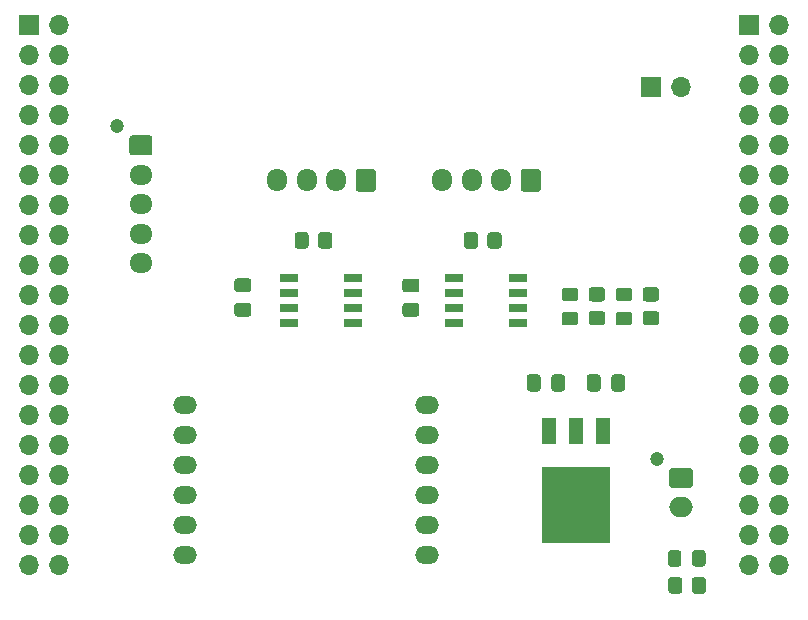
<source format=gts>
G04 #@! TF.GenerationSoftware,KiCad,Pcbnew,(5.1.10)-1*
G04 #@! TF.CreationDate,2021-07-06T11:56:46+05:30*
G04 #@! TF.ProjectId,STM_Morpho,53544d5f-4d6f-4727-9068-6f2e6b696361,rev?*
G04 #@! TF.SameCoordinates,PX7bfa480PY7270e00*
G04 #@! TF.FileFunction,Soldermask,Top*
G04 #@! TF.FilePolarity,Negative*
%FSLAX46Y46*%
G04 Gerber Fmt 4.6, Leading zero omitted, Abs format (unit mm)*
G04 Created by KiCad (PCBNEW (5.1.10)-1) date 2021-07-06 11:56:46*
%MOMM*%
%LPD*%
G01*
G04 APERTURE LIST*
%ADD10O,1.700000X1.950000*%
%ADD11O,1.700000X1.700000*%
%ADD12R,1.700000X1.700000*%
%ADD13O,2.000000X1.500000*%
%ADD14C,1.200000*%
%ADD15O,1.950000X1.700000*%
%ADD16R,5.800000X6.400000*%
%ADD17R,1.200000X2.200000*%
%ADD18O,2.000000X1.700000*%
%ADD19R,1.525000X0.650000*%
G04 APERTURE END LIST*
D10*
G04 #@! TO.C,RS485A2*
X24250000Y35560000D03*
X26750000Y35560000D03*
X29250000Y35560000D03*
G36*
G01*
X32600000Y36285000D02*
X32600000Y34835000D01*
G75*
G02*
X32350000Y34585000I-250000J0D01*
G01*
X31150000Y34585000D01*
G75*
G02*
X30900000Y34835000I0J250000D01*
G01*
X30900000Y36285000D01*
G75*
G02*
X31150000Y36535000I250000J0D01*
G01*
X32350000Y36535000D01*
G75*
G02*
X32600000Y36285000I0J-250000D01*
G01*
G37*
G04 #@! TD*
G04 #@! TO.C,R5*
G36*
G01*
X59344000Y819999D02*
X59344000Y1720001D01*
G75*
G02*
X59593999Y1970000I249999J0D01*
G01*
X60294001Y1970000D01*
G75*
G02*
X60544000Y1720001I0J-249999D01*
G01*
X60544000Y819999D01*
G75*
G02*
X60294001Y570000I-249999J0D01*
G01*
X59593999Y570000D01*
G75*
G02*
X59344000Y819999I0J249999D01*
G01*
G37*
G36*
G01*
X57344000Y819999D02*
X57344000Y1720001D01*
G75*
G02*
X57593999Y1970000I249999J0D01*
G01*
X58294001Y1970000D01*
G75*
G02*
X58544000Y1720001I0J-249999D01*
G01*
X58544000Y819999D01*
G75*
G02*
X58294001Y570000I-249999J0D01*
G01*
X57593999Y570000D01*
G75*
G02*
X57344000Y819999I0J249999D01*
G01*
G37*
G04 #@! TD*
G04 #@! TO.C,R4*
G36*
G01*
X55429999Y24508000D02*
X56330001Y24508000D01*
G75*
G02*
X56580000Y24258001I0J-249999D01*
G01*
X56580000Y23557999D01*
G75*
G02*
X56330001Y23308000I-249999J0D01*
G01*
X55429999Y23308000D01*
G75*
G02*
X55180000Y23557999I0J249999D01*
G01*
X55180000Y24258001D01*
G75*
G02*
X55429999Y24508000I249999J0D01*
G01*
G37*
G36*
G01*
X55429999Y26508000D02*
X56330001Y26508000D01*
G75*
G02*
X56580000Y26258001I0J-249999D01*
G01*
X56580000Y25557999D01*
G75*
G02*
X56330001Y25308000I-249999J0D01*
G01*
X55429999Y25308000D01*
G75*
G02*
X55180000Y25557999I0J249999D01*
G01*
X55180000Y26258001D01*
G75*
G02*
X55429999Y26508000I249999J0D01*
G01*
G37*
G04 #@! TD*
G04 #@! TO.C,R3*
G36*
G01*
X50857999Y24508000D02*
X51758001Y24508000D01*
G75*
G02*
X52008000Y24258001I0J-249999D01*
G01*
X52008000Y23557999D01*
G75*
G02*
X51758001Y23308000I-249999J0D01*
G01*
X50857999Y23308000D01*
G75*
G02*
X50608000Y23557999I0J249999D01*
G01*
X50608000Y24258001D01*
G75*
G02*
X50857999Y24508000I249999J0D01*
G01*
G37*
G36*
G01*
X50857999Y26508000D02*
X51758001Y26508000D01*
G75*
G02*
X52008000Y26258001I0J-249999D01*
G01*
X52008000Y25557999D01*
G75*
G02*
X51758001Y25308000I-249999J0D01*
G01*
X50857999Y25308000D01*
G75*
G02*
X50608000Y25557999I0J249999D01*
G01*
X50608000Y26258001D01*
G75*
G02*
X50857999Y26508000I249999J0D01*
G01*
G37*
G04 #@! TD*
G04 #@! TO.C,R2*
G36*
G01*
X26905000Y30930001D02*
X26905000Y30029999D01*
G75*
G02*
X26655001Y29780000I-249999J0D01*
G01*
X25954999Y29780000D01*
G75*
G02*
X25705000Y30029999I0J249999D01*
G01*
X25705000Y30930001D01*
G75*
G02*
X25954999Y31180000I249999J0D01*
G01*
X26655001Y31180000D01*
G75*
G02*
X26905000Y30930001I0J-249999D01*
G01*
G37*
G36*
G01*
X28905000Y30930001D02*
X28905000Y30029999D01*
G75*
G02*
X28655001Y29780000I-249999J0D01*
G01*
X27954999Y29780000D01*
G75*
G02*
X27705000Y30029999I0J249999D01*
G01*
X27705000Y30930001D01*
G75*
G02*
X27954999Y31180000I249999J0D01*
G01*
X28655001Y31180000D01*
G75*
G02*
X28905000Y30930001I0J-249999D01*
G01*
G37*
G04 #@! TD*
G04 #@! TO.C,D5*
G36*
G01*
X59369000Y3105999D02*
X59369000Y4006001D01*
G75*
G02*
X59618999Y4256000I249999J0D01*
G01*
X60269001Y4256000D01*
G75*
G02*
X60519000Y4006001I0J-249999D01*
G01*
X60519000Y3105999D01*
G75*
G02*
X60269001Y2856000I-249999J0D01*
G01*
X59618999Y2856000D01*
G75*
G02*
X59369000Y3105999I0J249999D01*
G01*
G37*
G36*
G01*
X57319000Y3105999D02*
X57319000Y4006001D01*
G75*
G02*
X57568999Y4256000I249999J0D01*
G01*
X58219001Y4256000D01*
G75*
G02*
X58469000Y4006001I0J-249999D01*
G01*
X58469000Y3105999D01*
G75*
G02*
X58219001Y2856000I-249999J0D01*
G01*
X57568999Y2856000D01*
G75*
G02*
X57319000Y3105999I0J249999D01*
G01*
G37*
G04 #@! TD*
G04 #@! TO.C,D4*
G36*
G01*
X53143999Y24433000D02*
X54044001Y24433000D01*
G75*
G02*
X54294000Y24183001I0J-249999D01*
G01*
X54294000Y23532999D01*
G75*
G02*
X54044001Y23283000I-249999J0D01*
G01*
X53143999Y23283000D01*
G75*
G02*
X52894000Y23532999I0J249999D01*
G01*
X52894000Y24183001D01*
G75*
G02*
X53143999Y24433000I249999J0D01*
G01*
G37*
G36*
G01*
X53143999Y26483000D02*
X54044001Y26483000D01*
G75*
G02*
X54294000Y26233001I0J-249999D01*
G01*
X54294000Y25582999D01*
G75*
G02*
X54044001Y25333000I-249999J0D01*
G01*
X53143999Y25333000D01*
G75*
G02*
X52894000Y25582999I0J249999D01*
G01*
X52894000Y26233001D01*
G75*
G02*
X53143999Y26483000I249999J0D01*
G01*
G37*
G04 #@! TD*
G04 #@! TO.C,D3*
G36*
G01*
X48571999Y24433000D02*
X49472001Y24433000D01*
G75*
G02*
X49722000Y24183001I0J-249999D01*
G01*
X49722000Y23532999D01*
G75*
G02*
X49472001Y23283000I-249999J0D01*
G01*
X48571999Y23283000D01*
G75*
G02*
X48322000Y23532999I0J249999D01*
G01*
X48322000Y24183001D01*
G75*
G02*
X48571999Y24433000I249999J0D01*
G01*
G37*
G36*
G01*
X48571999Y26483000D02*
X49472001Y26483000D01*
G75*
G02*
X49722000Y26233001I0J-249999D01*
G01*
X49722000Y25582999D01*
G75*
G02*
X49472001Y25333000I-249999J0D01*
G01*
X48571999Y25333000D01*
G75*
G02*
X48322000Y25582999I0J249999D01*
G01*
X48322000Y26233001D01*
G75*
G02*
X48571999Y26483000I249999J0D01*
G01*
G37*
G04 #@! TD*
G04 #@! TO.C,C2*
G36*
G01*
X21811000Y26104000D02*
X20861000Y26104000D01*
G75*
G02*
X20611000Y26354000I0J250000D01*
G01*
X20611000Y27029000D01*
G75*
G02*
X20861000Y27279000I250000J0D01*
G01*
X21811000Y27279000D01*
G75*
G02*
X22061000Y27029000I0J-250000D01*
G01*
X22061000Y26354000D01*
G75*
G02*
X21811000Y26104000I-250000J0D01*
G01*
G37*
G36*
G01*
X21811000Y24029000D02*
X20861000Y24029000D01*
G75*
G02*
X20611000Y24279000I0J250000D01*
G01*
X20611000Y24954000D01*
G75*
G02*
X20861000Y25204000I250000J0D01*
G01*
X21811000Y25204000D01*
G75*
G02*
X22061000Y24954000I0J-250000D01*
G01*
X22061000Y24279000D01*
G75*
G02*
X21811000Y24029000I-250000J0D01*
G01*
G37*
G04 #@! TD*
D11*
G04 #@! TO.C,J3*
X58420000Y43434000D03*
D12*
X55880000Y43434000D03*
G04 #@! TD*
D13*
G04 #@! TO.C,J1*
X36900000Y16510000D03*
X16440000Y16510000D03*
X36900000Y13970000D03*
X16440000Y13970000D03*
X36900000Y11430000D03*
X16440000Y11430000D03*
X36900000Y8890000D03*
X16440000Y8890000D03*
X36900000Y6350000D03*
X16440000Y6350000D03*
X36900000Y3810000D03*
X16440000Y3810000D03*
G04 #@! TD*
D14*
G04 #@! TO.C,SPI1*
X10700000Y40128000D03*
D15*
X12700000Y28528000D03*
X12700000Y31028000D03*
X12700000Y33528000D03*
X12700000Y36028000D03*
G36*
G01*
X11975000Y39378000D02*
X13425000Y39378000D01*
G75*
G02*
X13675000Y39128000I0J-250000D01*
G01*
X13675000Y37928000D01*
G75*
G02*
X13425000Y37678000I-250000J0D01*
G01*
X11975000Y37678000D01*
G75*
G02*
X11725000Y37928000I0J250000D01*
G01*
X11725000Y39128000D01*
G75*
G02*
X11975000Y39378000I250000J0D01*
G01*
G37*
G04 #@! TD*
D16*
G04 #@! TO.C,U1*
X49530000Y8060000D03*
D17*
X47250000Y14360000D03*
X49530000Y14360000D03*
X51810000Y14360000D03*
G04 #@! TD*
D14*
G04 #@! TO.C,J2*
X56420000Y11974000D03*
D18*
X58420000Y7874000D03*
G36*
G01*
X57670000Y11224000D02*
X59170000Y11224000D01*
G75*
G02*
X59420000Y10974000I0J-250000D01*
G01*
X59420000Y9774000D01*
G75*
G02*
X59170000Y9524000I-250000J0D01*
G01*
X57670000Y9524000D01*
G75*
G02*
X57420000Y9774000I0J250000D01*
G01*
X57420000Y10974000D01*
G75*
G02*
X57670000Y11224000I250000J0D01*
G01*
G37*
G04 #@! TD*
G04 #@! TO.C,C4*
G36*
G01*
X47440000Y17940000D02*
X47440000Y18890000D01*
G75*
G02*
X47690000Y19140000I250000J0D01*
G01*
X48365000Y19140000D01*
G75*
G02*
X48615000Y18890000I0J-250000D01*
G01*
X48615000Y17940000D01*
G75*
G02*
X48365000Y17690000I-250000J0D01*
G01*
X47690000Y17690000D01*
G75*
G02*
X47440000Y17940000I0J250000D01*
G01*
G37*
G36*
G01*
X45365000Y17940000D02*
X45365000Y18890000D01*
G75*
G02*
X45615000Y19140000I250000J0D01*
G01*
X46290000Y19140000D01*
G75*
G02*
X46540000Y18890000I0J-250000D01*
G01*
X46540000Y17940000D01*
G75*
G02*
X46290000Y17690000I-250000J0D01*
G01*
X45615000Y17690000D01*
G75*
G02*
X45365000Y17940000I0J250000D01*
G01*
G37*
G04 #@! TD*
G04 #@! TO.C,C3*
G36*
G01*
X52520000Y17940000D02*
X52520000Y18890000D01*
G75*
G02*
X52770000Y19140000I250000J0D01*
G01*
X53445000Y19140000D01*
G75*
G02*
X53695000Y18890000I0J-250000D01*
G01*
X53695000Y17940000D01*
G75*
G02*
X53445000Y17690000I-250000J0D01*
G01*
X52770000Y17690000D01*
G75*
G02*
X52520000Y17940000I0J250000D01*
G01*
G37*
G36*
G01*
X50445000Y17940000D02*
X50445000Y18890000D01*
G75*
G02*
X50695000Y19140000I250000J0D01*
G01*
X51370000Y19140000D01*
G75*
G02*
X51620000Y18890000I0J-250000D01*
G01*
X51620000Y17940000D01*
G75*
G02*
X51370000Y17690000I-250000J0D01*
G01*
X50695000Y17690000D01*
G75*
G02*
X50445000Y17940000I0J250000D01*
G01*
G37*
G04 #@! TD*
G04 #@! TO.C,R1*
G36*
G01*
X41240000Y30930001D02*
X41240000Y30029999D01*
G75*
G02*
X40990001Y29780000I-249999J0D01*
G01*
X40289999Y29780000D01*
G75*
G02*
X40040000Y30029999I0J249999D01*
G01*
X40040000Y30930001D01*
G75*
G02*
X40289999Y31180000I249999J0D01*
G01*
X40990001Y31180000D01*
G75*
G02*
X41240000Y30930001I0J-249999D01*
G01*
G37*
G36*
G01*
X43240000Y30930001D02*
X43240000Y30029999D01*
G75*
G02*
X42990001Y29780000I-249999J0D01*
G01*
X42289999Y29780000D01*
G75*
G02*
X42040000Y30029999I0J249999D01*
G01*
X42040000Y30930001D01*
G75*
G02*
X42289999Y31180000I249999J0D01*
G01*
X42990001Y31180000D01*
G75*
G02*
X43240000Y30930001I0J-249999D01*
G01*
G37*
G04 #@! TD*
G04 #@! TO.C,C1*
G36*
G01*
X36035000Y26082500D02*
X35085000Y26082500D01*
G75*
G02*
X34835000Y26332500I0J250000D01*
G01*
X34835000Y27007500D01*
G75*
G02*
X35085000Y27257500I250000J0D01*
G01*
X36035000Y27257500D01*
G75*
G02*
X36285000Y27007500I0J-250000D01*
G01*
X36285000Y26332500D01*
G75*
G02*
X36035000Y26082500I-250000J0D01*
G01*
G37*
G36*
G01*
X36035000Y24007500D02*
X35085000Y24007500D01*
G75*
G02*
X34835000Y24257500I0J250000D01*
G01*
X34835000Y24932500D01*
G75*
G02*
X35085000Y25182500I250000J0D01*
G01*
X36035000Y25182500D01*
G75*
G02*
X36285000Y24932500I0J-250000D01*
G01*
X36285000Y24257500D01*
G75*
G02*
X36035000Y24007500I-250000J0D01*
G01*
G37*
G04 #@! TD*
D11*
G04 #@! TO.C,CN10*
X66750000Y3040000D03*
X64210000Y3040000D03*
X66750000Y5580000D03*
X64210000Y5580000D03*
X66750000Y8120000D03*
X64210000Y8120000D03*
X66750000Y10660000D03*
X64210000Y10660000D03*
X66750000Y13200000D03*
X64210000Y13200000D03*
X66750000Y15740000D03*
X64210000Y15740000D03*
X66750000Y18280000D03*
X64210000Y18280000D03*
X66750000Y20820000D03*
X64210000Y20820000D03*
X66750000Y23360000D03*
X64210000Y23360000D03*
X66750000Y25900000D03*
X64210000Y25900000D03*
X66750000Y28440000D03*
X64210000Y28440000D03*
X66750000Y30980000D03*
X64210000Y30980000D03*
X66750000Y33520000D03*
X64210000Y33520000D03*
X66750000Y36060000D03*
X64210000Y36060000D03*
X66750000Y38600000D03*
X64210000Y38600000D03*
X66750000Y41140000D03*
X64210000Y41140000D03*
X66750000Y43680000D03*
X64210000Y43680000D03*
X66750000Y46220000D03*
X64210000Y46220000D03*
X66750000Y48760000D03*
D12*
X64210000Y48760000D03*
G04 #@! TD*
D11*
G04 #@! TO.C,CN7*
X5790000Y3040000D03*
X3250000Y3040000D03*
X5790000Y5580000D03*
X3250000Y5580000D03*
X5790000Y8120000D03*
X3250000Y8120000D03*
X5790000Y10660000D03*
X3250000Y10660000D03*
X5790000Y13200000D03*
X3250000Y13200000D03*
X5790000Y15740000D03*
X3250000Y15740000D03*
X5790000Y18280000D03*
X3250000Y18280000D03*
X5790000Y20820000D03*
X3250000Y20820000D03*
X5790000Y23360000D03*
X3250000Y23360000D03*
X5790000Y25900000D03*
X3250000Y25900000D03*
X5790000Y28440000D03*
X3250000Y28440000D03*
X5790000Y30980000D03*
X3250000Y30980000D03*
X5790000Y33520000D03*
X3250000Y33520000D03*
X5790000Y36060000D03*
X3250000Y36060000D03*
X5790000Y38600000D03*
X3250000Y38600000D03*
X5790000Y41140000D03*
X3250000Y41140000D03*
X5790000Y43680000D03*
X3250000Y43680000D03*
X5790000Y46220000D03*
X3250000Y46220000D03*
X5790000Y48760000D03*
D12*
X3250000Y48760000D03*
G04 #@! TD*
D19*
G04 #@! TO.C,IC1*
X39198000Y23495000D03*
X39198000Y24765000D03*
X39198000Y26035000D03*
X39198000Y27305000D03*
X44622000Y27305000D03*
X44622000Y26035000D03*
X44622000Y24765000D03*
X44622000Y23495000D03*
G04 #@! TD*
G04 #@! TO.C,IC2*
X30652000Y23495000D03*
X30652000Y24765000D03*
X30652000Y26035000D03*
X30652000Y27305000D03*
X25228000Y27305000D03*
X25228000Y26035000D03*
X25228000Y24765000D03*
X25228000Y23495000D03*
G04 #@! TD*
G04 #@! TO.C,RS485A1*
G36*
G01*
X46570000Y36285000D02*
X46570000Y34835000D01*
G75*
G02*
X46320000Y34585000I-250000J0D01*
G01*
X45120000Y34585000D01*
G75*
G02*
X44870000Y34835000I0J250000D01*
G01*
X44870000Y36285000D01*
G75*
G02*
X45120000Y36535000I250000J0D01*
G01*
X46320000Y36535000D01*
G75*
G02*
X46570000Y36285000I0J-250000D01*
G01*
G37*
D10*
X43220000Y35560000D03*
X40720000Y35560000D03*
X38220000Y35560000D03*
G04 #@! TD*
M02*

</source>
